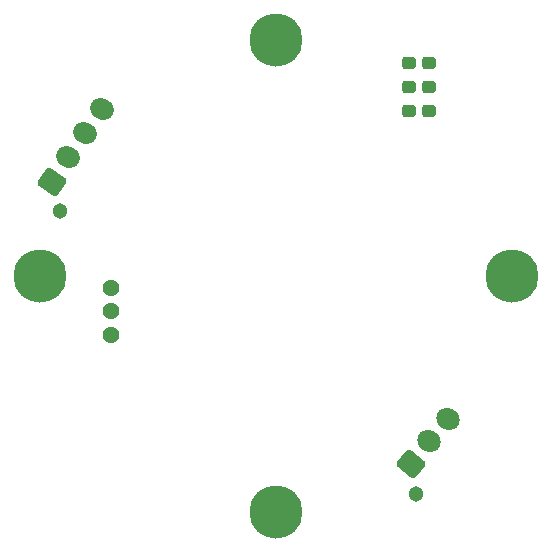
<source format=gbr>
%TF.GenerationSoftware,KiCad,Pcbnew,(6.0.4)*%
%TF.CreationDate,2022-04-19T23:51:48-04:00*%
%TF.ProjectId,Light_Sensor_schematic,4c696768-745f-4536-956e-736f725f7363,rev?*%
%TF.SameCoordinates,Original*%
%TF.FileFunction,Soldermask,Bot*%
%TF.FilePolarity,Negative*%
%FSLAX46Y46*%
G04 Gerber Fmt 4.6, Leading zero omitted, Abs format (unit mm)*
G04 Created by KiCad (PCBNEW (6.0.4)) date 2022-04-19 23:51:48*
%MOMM*%
%LPD*%
G01*
G04 APERTURE LIST*
G04 Aperture macros list*
%AMRoundRect*
0 Rectangle with rounded corners*
0 $1 Rounding radius*
0 $2 $3 $4 $5 $6 $7 $8 $9 X,Y pos of 4 corners*
0 Add a 4 corners polygon primitive as box body*
4,1,4,$2,$3,$4,$5,$6,$7,$8,$9,$2,$3,0*
0 Add four circle primitives for the rounded corners*
1,1,$1+$1,$2,$3*
1,1,$1+$1,$4,$5*
1,1,$1+$1,$6,$7*
1,1,$1+$1,$8,$9*
0 Add four rect primitives between the rounded corners*
20,1,$1+$1,$2,$3,$4,$5,0*
20,1,$1+$1,$4,$5,$6,$7,0*
20,1,$1+$1,$6,$7,$8,$9,0*
20,1,$1+$1,$8,$9,$2,$3,0*%
%AMHorizOval*
0 Thick line with rounded ends*
0 $1 width*
0 $2 $3 position (X,Y) of the first rounded end (center of the circle)*
0 $4 $5 position (X,Y) of the second rounded end (center of the circle)*
0 Add line between two ends*
20,1,$1,$2,$3,$4,$5,0*
0 Add two circle primitives to create the rounded ends*
1,1,$1,$2,$3*
1,1,$1,$4,$5*%
G04 Aperture macros list end*
%ADD10C,4.501600*%
%ADD11C,0.801600*%
%ADD12C,1.301600*%
%ADD13RoundRect,0.300800X0.169710X-0.925648X0.941055X-0.006394X-0.169710X0.925648X-0.941055X0.006394X0*%
%ADD14HorizOval,1.801600X-0.095756X0.080348X0.095756X-0.080348X0*%
%ADD15RoundRect,0.300800X0.249739X-0.907334X0.938031X0.075648X-0.249739X0.907334X-0.938031X-0.075648X0*%
%ADD16HorizOval,1.801600X-0.102394X0.071697X0.102394X-0.071697X0*%
%ADD17RoundRect,0.288300X-0.300000X-0.237500X0.300000X-0.237500X0.300000X0.237500X-0.300000X0.237500X0*%
%ADD18C,1.431600*%
G04 APERTURE END LIST*
D10*
%TO.C,H1*%
X125000000Y-125000000D03*
D11*
X126166726Y-126166726D03*
X126650000Y-125000000D03*
X125000000Y-126650000D03*
X125000000Y-123350000D03*
X123350000Y-125000000D03*
X123833274Y-126166726D03*
X123833274Y-123833274D03*
X126166726Y-123833274D03*
%TD*%
%TO.C,H2*%
X125000000Y-86650000D03*
X123833274Y-86166726D03*
D10*
X125000000Y-85000000D03*
D11*
X125000000Y-83350000D03*
X126650000Y-85000000D03*
X123833274Y-83833274D03*
X123350000Y-85000000D03*
X126166726Y-86166726D03*
X126166726Y-83833274D03*
%TD*%
%TO.C,H3*%
X146166726Y-106166726D03*
D10*
X145000000Y-105000000D03*
D11*
X145000000Y-103350000D03*
X143833274Y-106166726D03*
X146650000Y-105000000D03*
X146166726Y-103833274D03*
X143833274Y-103833274D03*
X143350000Y-105000000D03*
X145000000Y-106650000D03*
%TD*%
%TO.C,H4*%
X106650000Y-105000000D03*
X103833274Y-106166726D03*
X106166726Y-106166726D03*
X105000000Y-103350000D03*
X103350000Y-105000000D03*
X105000000Y-106650000D03*
X103833274Y-103833274D03*
D10*
X105000000Y-105000000D03*
D11*
X106166726Y-103833274D03*
%TD*%
D12*
%TO.C,J1*%
X136896660Y-123426357D03*
D13*
X136393031Y-120915111D03*
D14*
X138000000Y-119000000D03*
X139606969Y-117084889D03*
%TD*%
D12*
%TO.C,J3*%
X106720582Y-99457796D03*
D15*
X106000000Y-97000000D03*
D16*
X107433941Y-94952120D03*
X108867882Y-92904240D03*
X110301823Y-90856360D03*
%TD*%
D17*
%TO.C,C2*%
X136275000Y-87000000D03*
X138000000Y-87000000D03*
%TD*%
%TO.C,C4*%
X136275000Y-89000000D03*
X138000000Y-89000000D03*
%TD*%
%TO.C,C6*%
X136275000Y-91000000D03*
X138000000Y-91000000D03*
%TD*%
D18*
%TO.C,IC1*%
X111000000Y-110000000D03*
X111000000Y-108000000D03*
X111000000Y-106000000D03*
%TD*%
M02*

</source>
